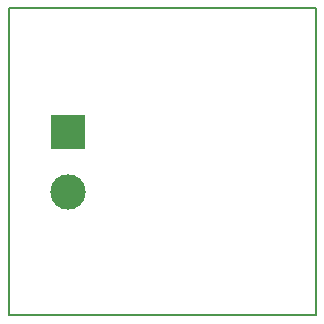
<source format=gbs>
G04 (created by PCBNEW (2013-mar-13)-testing) date Wed 05 Jun 2013 12:42:06 PM WEST*
%MOIN*%
G04 Gerber Fmt 3.4, Leading zero omitted, Abs format*
%FSLAX34Y34*%
G01*
G70*
G90*
G04 APERTURE LIST*
%ADD10C,0.005906*%
%ADD11R,0.118100X0.118100*%
%ADD12C,0.118100*%
G04 APERTURE END LIST*
G54D10*
X56692Y-29133D02*
X66929Y-29133D01*
X56692Y-39370D02*
X56692Y-29133D01*
X66929Y-39370D02*
X56692Y-39370D01*
X66929Y-39370D02*
X66929Y-29133D01*
G54D11*
X58661Y-33251D03*
G54D12*
X58661Y-35251D03*
M02*

</source>
